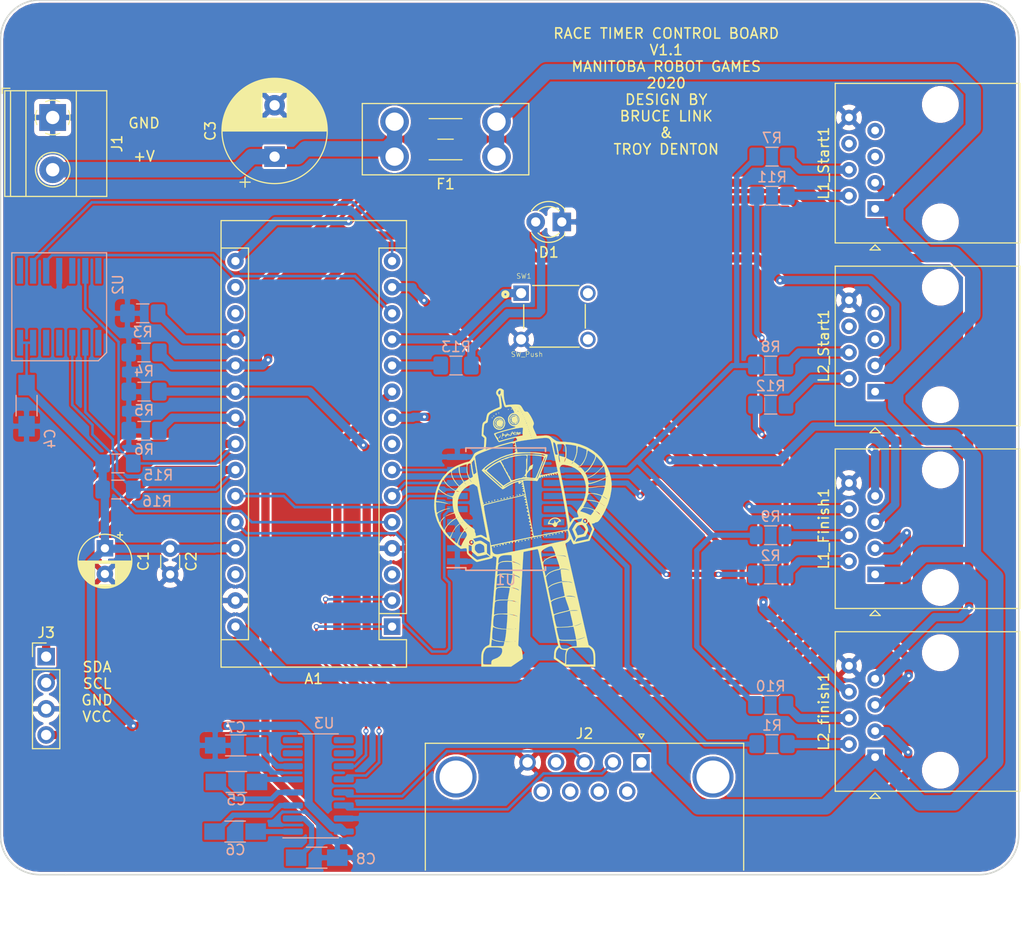
<source format=kicad_pcb>
(kicad_pcb (version 20171130) (host pcbnew "(5.1.4)")
  (layers (0 F.Cu mixed) (31 B.Cu mixed hide) (35 F.Paste user hide) (36 B.SilkS user hide) (37 F.SilkS user) (38 B.Mask user hide) (39 F.Mask user hide) (44 Edge.Cuts user hide))
  (net 0 "")
  (net 1 "Net-(A1-Pad20)")
  (net 2 "Net-(A1-Pad19)")
  (net 3 "Net-(A1-Pad21)")
  (net 4 "Net-(A1-Pad22)")
  (net 5 GND)
  (net 6 +12V)
  (net 7 /SEL0)
  (net 8 /SEL1)
  (net 9 /MOSI)
  (net 10 /SCL)
  (net 11 "Net-(R1-Pad2)")
  (net 12 "Net-(R2-Pad2)")
  (net 13 "Net-(L2_Start1-Pad2)")
  (net 14 "Net-(L1_Start1-Pad2)")
  (net 15 "Net-(L1_Finish1-Pad2)")
  (net 16 "Net-(L2_finish1-Pad2)")
  (net 17 /PORT0_LED_EXCITE)
  (net 18 /PORT1_LED_EXCITE)
  (net 19 /PORT2_LED_EXCITE)
  (net 20 /PORT3_LED_EXCITE)
  (net 21 "Net-(R11-Pad2)")
  (net 22 "Net-(R10-Pad2)")
  (net 23 /LED1)
  (net 24 "Net-(D1-Pad2)")
  (net 25 /12V_FUSED)
  (net 26 /PB1)
  (net 27 /TX)
  (net 28 /RX)
  (net 29 /INT)
  (net 30 /FOUT)
  (net 31 /EVIN)
  (net 32 /5V)
  (net 33 "Net-(C5-Pad2)")
  (net 34 "Net-(C5-Pad1)")
  (net 35 "Net-(C6-Pad1)")
  (net 36 "Net-(C6-Pad2)")
  (net 37 "Net-(C7-Pad1)")
  (net 38 "Net-(C8-Pad1)")
  (net 39 /TXOUT)
  (net 40 /RXOUT)
  (net 41 /D1)
  (net 42 /D2)
  (net 43 /I2C_SCL)
  (net 44 /I2C_SDA)
  (net 45 /D4)
  (net 46 /D3)
  (module controller:robot (layer F.Cu) (at 67.31 66.548)
    (fp_text reference G*** hide)
    (fp_text value LOGO hide)
  )
  (module Resistor_SMD:R_1206_3216Metric_Pad1.42x1.75mm_HandSolder (layer B.Cu) (at 27.94 60.325)
    (fp_text reference R15 (at 3.937 1.143) (layer B.SilkS) (effects (justify mirror)))
    (fp_text value 10K)
    (pad 2 smd roundrect (at 1.4875 0) (size 1.425 1.75) (layers B.Cu B.Paste B.Mask) (roundrect_rratio 0.175439) (net 44 /I2C_SDA))
    (pad 1 smd roundrect (at -1.4875 0) (size 1.425 1.75) (layers B.Cu B.Paste B.Mask) (roundrect_rratio 0.175439) (net 32 /5V))
  )
  (module controller:SOIC-14 (layer B.Cu) (at 22.225 45.085 180)
    (fp_text reference U2 (at -5.715 2.159 270) (layer B.SilkS) (effects (justify mirror)))
    (fp_text value RX-8803SA)
    (pad 14 smd rect (at -3.81 3.5 180) (size 0.6 2.5) (layers B.Cu B.Paste B.Mask))
    (pad 1 smd rect (at -3.81 -3.5 180) (size 0.6 2.5) (layers B.Cu B.Paste B.Mask))
    (pad 13 smd rect (at -2.54 3.5 180) (size 0.6 2.5) (layers B.Cu B.Paste B.Mask) (net 44 /I2C_SDA))
    (pad 2 smd rect (at -2.54 -3.5 180) (size 0.6 2.5) (layers B.Cu B.Paste B.Mask) (net 43 /I2C_SCL))
    (pad 12 smd rect (at -1.27 3.5 180) (size 0.6 2.5) (layers B.Cu B.Paste B.Mask))
    (pad 3 smd rect (at -1.27 -3.5 180) (size 0.6 2.5) (layers B.Cu B.Paste B.Mask) (net 30 /FOUT))
    (pad 11 smd rect (at 0 3.5 180) (size 0.6 2.5) (layers B.Cu B.Paste B.Mask) (net 5 GND))
    (pad 4 smd rect (at 0 -3.5 180) (size 0.6 2.5) (layers B.Cu B.Paste B.Mask))
    (pad 10 smd rect (at 1.27 3.5 180) (size 0.6 2.5) (layers B.Cu B.Paste B.Mask) (net 29 /INT))
    (pad 5 smd rect (at 1.27 -3.5 180) (size 0.6 2.5) (layers B.Cu B.Paste B.Mask))
    (pad 9 smd rect (at 2.54 3.5 180) (size 0.6 2.5) (layers B.Cu B.Paste B.Mask) (net 31 /EVIN))
    (pad 6 smd rect (at 2.54 -3.5 180) (size 0.6 2.5) (layers B.Cu B.Paste B.Mask) (net 32 /5V))
    (pad 8 smd rect (at 3.81 3.5 180) (size 0.6 2.5) (layers B.Cu B.Paste B.Mask))
    (pad 7 smd rect (at 3.81 -3.5 180) (size 0.6 2.5) (layers B.Cu B.Paste B.Mask) (net 32 /5V))
  )
  (module Module:Arduino_Nano (layer F.Cu) (at 54.61 76.2 180)
    (fp_text reference A1 (at 7.62 -5.08 180) (layer F.SilkS))
    (fp_text value Arduino_Nano_v3.x)
    (pad 16 thru_hole oval (at 15.24 35.56 180) (size 1.6 1.6) (drill 0.8) (layers *.Cu *.Mask) (net 10 /SCL))
    (pad 15 thru_hole oval (at 0 35.56 180) (size 1.6 1.6) (drill 0.8) (layers *.Cu *.Mask) (net 31 /EVIN))
    (pad 30 thru_hole oval (at 15.24 0 180) (size 1.6 1.6) (drill 0.8) (layers *.Cu *.Mask) (net 25 /12V_FUSED))
    (pad 14 thru_hole oval (at 0 33.02 180) (size 1.6 1.6) (drill 0.8) (layers *.Cu *.Mask) (net 9 /MOSI))
    (pad 29 thru_hole oval (at 15.24 2.54 180) (size 1.6 1.6) (drill 0.8) (layers *.Cu *.Mask) (net 5 GND))
    (pad 13 thru_hole oval (at 0 30.48 180) (size 1.6 1.6) (drill 0.8) (layers *.Cu *.Mask) (net 29 /INT))
    (pad 28 thru_hole oval (at 15.24 5.08 180) (size 1.6 1.6) (drill 0.8) (layers *.Cu *.Mask))
    (pad 12 thru_hole oval (at 0 27.94 180) (size 1.6 1.6) (drill 0.8) (layers *.Cu *.Mask) (net 26 /PB1))
    (pad 27 thru_hole oval (at 15.24 7.62 180) (size 1.6 1.6) (drill 0.8) (layers *.Cu *.Mask) (net 32 /5V))
    (pad 11 thru_hole oval (at 0 25.4 180) (size 1.6 1.6) (drill 0.8) (layers *.Cu *.Mask) (net 23 /LED1))
    (pad 26 thru_hole oval (at 15.24 10.16 180) (size 1.6 1.6) (drill 0.8) (layers *.Cu *.Mask) (net 41 /D1))
    (pad 10 thru_hole oval (at 0 22.86 180) (size 1.6 1.6) (drill 0.8) (layers *.Cu *.Mask) (net 8 /SEL1))
    (pad 25 thru_hole oval (at 15.24 12.7 180) (size 1.6 1.6) (drill 0.8) (layers *.Cu *.Mask) (net 42 /D2))
    (pad 9 thru_hole oval (at 0 20.32 180) (size 1.6 1.6) (drill 0.8) (layers *.Cu *.Mask) (net 7 /SEL0))
    (pad 24 thru_hole oval (at 15.24 15.24 180) (size 1.6 1.6) (drill 0.8) (layers *.Cu *.Mask) (net 43 /I2C_SCL))
    (pad 8 thru_hole oval (at 0 17.78 180) (size 1.6 1.6) (drill 0.8) (layers *.Cu *.Mask))
    (pad 23 thru_hole oval (at 15.24 17.78 180) (size 1.6 1.6) (drill 0.8) (layers *.Cu *.Mask) (net 44 /I2C_SDA))
    (pad 7 thru_hole oval (at 0 15.24 180) (size 1.6 1.6) (drill 0.8) (layers *.Cu *.Mask) (net 45 /D4))
    (pad 22 thru_hole oval (at 15.24 20.32 180) (size 1.6 1.6) (drill 0.8) (layers *.Cu *.Mask) (net 4 "Net-(A1-Pad22)"))
    (pad 6 thru_hole oval (at 0 12.7 180) (size 1.6 1.6) (drill 0.8) (layers *.Cu *.Mask) (net 46 /D3))
    (pad 21 thru_hole oval (at 15.24 22.86 180) (size 1.6 1.6) (drill 0.8) (layers *.Cu *.Mask) (net 3 "Net-(A1-Pad21)"))
    (pad 5 thru_hole oval (at 0 10.16 180) (size 1.6 1.6) (drill 0.8) (layers *.Cu *.Mask) (net 30 /FOUT))
    (pad 20 thru_hole oval (at 15.24 25.4 180) (size 1.6 1.6) (drill 0.8) (layers *.Cu *.Mask) (net 1 "Net-(A1-Pad20)"))
    (pad 4 thru_hole oval (at 0 7.62 180) (size 1.6 1.6) (drill 0.8) (layers *.Cu *.Mask) (net 5 GND))
    (pad 19 thru_hole oval (at 15.24 27.94 180) (size 1.6 1.6) (drill 0.8) (layers *.Cu *.Mask) (net 2 "Net-(A1-Pad19)"))
    (pad 3 thru_hole oval (at 0 5.08 180) (size 1.6 1.6) (drill 0.8) (layers *.Cu *.Mask))
    (pad 18 thru_hole oval (at 15.24 30.48 180) (size 1.6 1.6) (drill 0.8) (layers *.Cu *.Mask))
    (pad 2 thru_hole oval (at 0 2.54 180) (size 1.6 1.6) (drill 0.8) (layers *.Cu *.Mask) (net 28 /RX))
    (pad 17 thru_hole oval (at 15.24 33.02 180) (size 1.6 1.6) (drill 0.8) (layers *.Cu *.Mask))
    (pad 1 thru_hole rect (at 0 0 180) (size 1.6 1.6) (drill 0.8) (layers *.Cu *.Mask) (net 27 /TX))
  )
  (module Package_SO:SOIC-18W_7.5x11.6mm_P1.27mm (layer B.Cu) (at 65.66 64.77)
    (fp_text reference U1 (at 0 6.875) (layer B.SilkS) (effects (justify mirror)))
    (fp_text value ULN2803A)
    (pad 1 smd rect (at -4.7 5.08) (size 2 0.6) (layers B.Cu B.Paste B.Mask) (net 5 GND))
    (pad 2 smd rect (at -4.7 3.81) (size 2 0.6) (layers B.Cu B.Paste B.Mask) (net 5 GND))
    (pad 3 smd rect (at -4.7 2.54) (size 2 0.6) (layers B.Cu B.Paste B.Mask) (net 5 GND))
    (pad 4 smd rect (at -4.7 1.27) (size 2 0.6) (layers B.Cu B.Paste B.Mask) (net 5 GND))
    (pad 5 smd rect (at -4.7 0) (size 2 0.6) (layers B.Cu B.Paste B.Mask) (net 41 /D1))
    (pad 6 smd rect (at -4.7 -1.27) (size 2 0.6) (layers B.Cu B.Paste B.Mask) (net 42 /D2))
    (pad 7 smd rect (at -4.7 -2.54) (size 2 0.6) (layers B.Cu B.Paste B.Mask) (net 46 /D3))
    (pad 8 smd rect (at -4.7 -3.81) (size 2 0.6) (layers B.Cu B.Paste B.Mask) (net 45 /D4))
    (pad 9 smd rect (at -4.7 -5.08) (size 2 0.6) (layers B.Cu B.Paste B.Mask) (net 5 GND))
    (pad 10 smd rect (at 4.7 -5.08) (size 2 0.6) (layers B.Cu B.Paste B.Mask) (net 25 /12V_FUSED))
    (pad 11 smd rect (at 4.7 -3.81) (size 2 0.6) (layers B.Cu B.Paste B.Mask) (net 22 "Net-(R10-Pad2)"))
    (pad 12 smd rect (at 4.7 -2.54) (size 2 0.6) (layers B.Cu B.Paste B.Mask) (net 21 "Net-(R11-Pad2)"))
    (pad 13 smd rect (at 4.7 -1.27) (size 2 0.6) (layers B.Cu B.Paste B.Mask) (net 12 "Net-(R2-Pad2)"))
    (pad 14 smd rect (at 4.7 0) (size 2 0.6) (layers B.Cu B.Paste B.Mask) (net 11 "Net-(R1-Pad2)"))
    (pad 15 smd rect (at 4.7 1.27) (size 2 0.6) (layers B.Cu B.Paste B.Mask))
    (pad 16 smd rect (at 4.7 2.54) (size 2 0.6) (layers B.Cu B.Paste B.Mask))
    (pad 17 smd rect (at 4.7 3.81) (size 2 0.6) (layers B.Cu B.Paste B.Mask))
    (pad 18 smd rect (at 4.7 5.08) (size 2 0.6) (layers B.Cu B.Paste B.Mask))
  )
  (module 2-1825910-7:SW_2-1825910-7 (layer F.Cu) (at 70.41 46.01)
    (fp_text reference SW1 (at -2.98289 -3.90753) (layer F.SilkS) (effects (font (size 0.480336 0.480336) (thickness 0.05))))
    (fp_text value SW_Push (at -2.67975 3.70038) (layer F.SilkS) (effects (font (size 0.480673 0.480673) (thickness 0.05))))
    (pad 1 thru_hole rect (at -3.25 -2.25) (size 1.498 1.498) (drill 0.99) (layers *.Cu *.Mask) (net 26 /PB1))
    (pad 2 thru_hole circle (at -3.25 2.25) (size 1.498 1.498) (drill 0.99) (layers *.Cu *.Mask) (net 5 GND))
    (pad 4 thru_hole circle (at 3.25 2.25) (size 1.498 1.498) (drill 0.99) (layers *.Cu *.Mask))
    (pad 3 thru_hole circle (at 3.25 -2.25) (size 1.498 1.498) (drill 0.99) (layers *.Cu *.Mask))
  )
  (module Resistor_SMD:R_1206_3216Metric_Pad1.42x1.75mm_HandSolder (layer B.Cu) (at 30.48 49.53)
    (fp_text reference R4 (at 0 1.82) (layer B.SilkS) (effects (justify mirror)))
    (fp_text value 130K)
    (pad 2 smd roundrect (at 1.4875 0) (size 1.425 1.75) (layers B.Cu B.Paste B.Mask) (roundrect_rratio 0.175439) (net 1 "Net-(A1-Pad20)"))
    (pad 1 smd roundrect (at -1.4875 0) (size 1.425 1.75) (layers B.Cu B.Paste B.Mask) (roundrect_rratio 0.175439) (net 5 GND))
  )
  (module Resistor_SMD:R_1206_3216Metric_Pad1.42x1.75mm_HandSolder (layer B.Cu) (at 30.35 45.72)
    (fp_text reference R3 (at 0 1.82) (layer B.SilkS) (effects (justify mirror)))
    (fp_text value 130K)
    (pad 1 smd roundrect (at -1.4875 0) (size 1.425 1.75) (layers B.Cu B.Paste B.Mask) (roundrect_rratio 0.175439) (net 5 GND))
    (pad 2 smd roundrect (at 1.4875 0) (size 1.425 1.75) (layers B.Cu B.Paste B.Mask) (roundrect_rratio 0.175439) (net 2 "Net-(A1-Pad19)"))
  )
  (module Resistor_SMD:R_1206_3216Metric_Pad1.42x1.75mm_HandSolder (layer B.Cu) (at 91.44 71.12 180)
    (fp_text reference R2 (at 0 1.82 180) (layer B.SilkS) (effects (justify mirror)))
    (fp_text value 470)
    (pad 2 smd roundrect (at 1.4875 0 180) (size 1.425 1.75) (layers B.Cu B.Paste B.Mask) (roundrect_rratio 0.175439) (net 12 "Net-(R2-Pad2)"))
    (pad 1 smd roundrect (at -1.4875 0 180) (size 1.425 1.75) (layers B.Cu B.Paste B.Mask) (roundrect_rratio 0.175439) (net 15 "Net-(L1_Finish1-Pad2)"))
  )
  (module Resistor_SMD:R_1206_3216Metric_Pad1.42x1.75mm_HandSolder (layer B.Cu) (at 91.57 87.63 180)
    (fp_text reference R1 (at 0 1.82 180) (layer B.SilkS) (effects (justify mirror)))
    (fp_text value 470)
    (pad 1 smd roundrect (at -1.4875 0 180) (size 1.425 1.75) (layers B.Cu B.Paste B.Mask) (roundrect_rratio 0.175439) (net 16 "Net-(L2_finish1-Pad2)"))
    (pad 2 smd roundrect (at 1.4875 0 180) (size 1.425 1.75) (layers B.Cu B.Paste B.Mask) (roundrect_rratio 0.175439) (net 11 "Net-(R1-Pad2)"))
  )
  (module Resistor_SMD:R_1206_3216Metric_Pad1.42x1.75mm_HandSolder (layer B.Cu) (at 30.48 53.34)
    (fp_text reference R5 (at 0 1.82) (layer B.SilkS) (effects (justify mirror)))
    (fp_text value 130K)
    (pad 2 smd roundrect (at 1.4875 0) (size 1.425 1.75) (layers B.Cu B.Paste B.Mask) (roundrect_rratio 0.175439) (net 3 "Net-(A1-Pad21)"))
    (pad 1 smd roundrect (at -1.4875 0) (size 1.425 1.75) (layers B.Cu B.Paste B.Mask) (roundrect_rratio 0.175439) (net 5 GND))
  )
  (module Resistor_SMD:R_1206_3216Metric_Pad1.42x1.75mm_HandSolder (layer B.Cu) (at 30.48 57.15)
    (fp_text reference R6 (at 0 1.82) (layer B.SilkS) (effects (justify mirror)))
    (fp_text value 130k)
    (pad 1 smd roundrect (at -1.4875 0) (size 1.425 1.75) (layers B.Cu B.Paste B.Mask) (roundrect_rratio 0.175439) (net 5 GND))
    (pad 2 smd roundrect (at 1.4875 0) (size 1.425 1.75) (layers B.Cu B.Paste B.Mask) (roundrect_rratio 0.175439) (net 4 "Net-(A1-Pad22)"))
  )
  (module Resistor_SMD:R_1206_3216Metric_Pad1.42x1.75mm_HandSolder (layer B.Cu) (at 91.57 30.48 180)
    (fp_text reference R7 (at 0 1.82 180) (layer B.SilkS) (effects (justify mirror)))
    (fp_text value 150)
    (pad 2 smd roundrect (at 1.4875 0 180) (size 1.425 1.75) (layers B.Cu B.Paste B.Mask) (roundrect_rratio 0.175439) (net 22 "Net-(R10-Pad2)"))
    (pad 1 smd roundrect (at -1.4875 0 180) (size 1.425 1.75) (layers B.Cu B.Paste B.Mask) (roundrect_rratio 0.175439) (net 17 /PORT0_LED_EXCITE))
  )
  (module Resistor_SMD:R_1206_3216Metric_Pad1.42x1.75mm_HandSolder (layer B.Cu) (at 91.44 50.8 180)
    (fp_text reference R8 (at 0 1.82 180) (layer B.SilkS) (effects (justify mirror)))
    (fp_text value 150)
    (pad 1 smd roundrect (at -1.4875 0 180) (size 1.425 1.75) (layers B.Cu B.Paste B.Mask) (roundrect_rratio 0.175439) (net 18 /PORT1_LED_EXCITE))
    (pad 2 smd roundrect (at 1.4875 0 180) (size 1.425 1.75) (layers B.Cu B.Paste B.Mask) (roundrect_rratio 0.175439) (net 22 "Net-(R10-Pad2)"))
  )
  (module Resistor_SMD:R_1206_3216Metric_Pad1.42x1.75mm_HandSolder (layer B.Cu) (at 91.44 83.82 180)
    (fp_text reference R10 (at 0 1.82 180) (layer B.SilkS) (effects (justify mirror)))
    (fp_text value 150)
    (pad 2 smd roundrect (at 1.4875 0 180) (size 1.425 1.75) (layers B.Cu B.Paste B.Mask) (roundrect_rratio 0.175439) (net 22 "Net-(R10-Pad2)"))
    (pad 1 smd roundrect (at -1.4875 0 180) (size 1.425 1.75) (layers B.Cu B.Paste B.Mask) (roundrect_rratio 0.175439) (net 20 /PORT3_LED_EXCITE))
  )
  (module Resistor_SMD:R_1206_3216Metric_Pad1.42x1.75mm_HandSolder (layer B.Cu) (at 91.57 34.29 180)
    (fp_text reference R11 (at 0 1.82 180) (layer B.SilkS) (effects (justify mirror)))
    (fp_text value 470)
    (pad 1 smd roundrect (at -1.4875 0 180) (size 1.425 1.75) (layers B.Cu B.Paste B.Mask) (roundrect_rratio 0.175439) (net 14 "Net-(L1_Start1-Pad2)"))
    (pad 2 smd roundrect (at 1.4875 0 180) (size 1.425 1.75) (layers B.Cu B.Paste B.Mask) (roundrect_rratio 0.175439) (net 21 "Net-(R11-Pad2)"))
  )
  (module Resistor_SMD:R_1206_3216Metric_Pad1.42x1.75mm_HandSolder (layer B.Cu) (at 91.44 54.61 180)
    (fp_text reference R12 (at 0 1.82 180) (layer B.SilkS) (effects (justify mirror)))
    (fp_text value 470)
    (pad 2 smd roundrect (at 1.4875 0 180) (size 1.425 1.75) (layers B.Cu B.Paste B.Mask) (roundrect_rratio 0.175439) (net 21 "Net-(R11-Pad2)"))
    (pad 1 smd roundrect (at -1.4875 0 180) (size 1.425 1.75) (layers B.Cu B.Paste B.Mask) (roundrect_rratio 0.175439) (net 13 "Net-(L2_Start1-Pad2)"))
  )
  (module Resistor_SMD:R_1206_3216Metric_Pad1.42x1.75mm_HandSolder (layer B.Cu) (at 60.83 50.8 180)
    (fp_text reference R13 (at 0 1.82 180) (layer B.SilkS) (effects (justify mirror)))
    (fp_text value 470)
    (pad 1 smd roundrect (at -1.4875 0 180) (size 1.425 1.75) (layers B.Cu B.Paste B.Mask) (roundrect_rratio 0.175439) (net 24 "Net-(D1-Pad2)"))
    (pad 2 smd roundrect (at 1.4875 0 180) (size 1.425 1.75) (layers B.Cu B.Paste B.Mask) (roundrect_rratio 0.175439) (net 23 /LED1))
  )
  (module Capacitor_THT:CP_Radial_D5.0mm_P2.50mm (layer F.Cu) (at 26.67 68.58 270)
    (fp_text reference C1 (at 1.25 -3.75 90) (layer F.SilkS))
    (fp_text value CP1)
    (pad 1 thru_hole rect (at 0 0 270) (size 1.6 1.6) (drill 0.8) (layers *.Cu *.Mask) (net 32 /5V))
    (pad 2 thru_hole circle (at 2.5 0 270) (size 1.6 1.6) (drill 0.8) (layers *.Cu *.Mask) (net 5 GND))
  )
  (module Fuse:Fuseholder_Blade_Mini_Keystone_3568 (layer F.Cu) (at 64.77 30.48 180)
    (fp_text reference F1 (at 4.96 -2.67 180) (layer F.SilkS))
    (fp_text value Fuse)
    (pad 1 thru_hole circle (at 0 0 180) (size 2.78 2.78) (drill 1.78) (layers *.Cu *.Mask) (net 25 /12V_FUSED))
    (pad 1 thru_hole circle (at 0 3.4 180) (size 2.78 2.78) (drill 1.78) (layers *.Cu *.Mask) (net 25 /12V_FUSED))
    (pad 2 thru_hole circle (at 9.92 0 180) (size 2.78 2.78) (drill 1.78) (layers *.Cu *.Mask) (net 6 +12V))
    (pad 2 thru_hole circle (at 9.92 3.4 180) (size 2.78 2.78) (drill 1.78) (layers *.Cu *.Mask) (net 6 +12V))
  )
  (module LED_THT:LED_D3.0mm (layer F.Cu) (at 71.12 36.83 180)
    (fp_text reference D1 (at 1.27 -2.96 180) (layer F.SilkS))
    (fp_text value LED)
    (pad 2 thru_hole circle (at 2.54 0 180) (size 1.8 1.8) (drill 0.9) (layers *.Cu *.Mask) (net 24 "Net-(D1-Pad2)"))
    (pad 1 thru_hole rect (at 0 0 180) (size 1.8 1.8) (drill 0.9) (layers *.Cu *.Mask) (net 5 GND))
  )
  (module Resistor_SMD:R_1206_3216Metric (layer B.Cu) (at 91.44 67.31 180)
    (fp_text reference R9 (at 0 1.82 180) (layer B.SilkS) (effects (justify mirror)))
    (fp_text value 150)
    (pad 2 smd roundrect (at 1.4 0 180) (size 1.25 1.75) (layers B.Cu B.Paste B.Mask) (roundrect_rratio 0.2) (net 22 "Net-(R10-Pad2)"))
    (pad 1 smd roundrect (at -1.4 0 180) (size 1.25 1.75) (layers B.Cu B.Paste B.Mask) (roundrect_rratio 0.2) (net 19 /PORT2_LED_EXCITE))
  )
  (module TerminalBlock_Phoenix:TerminalBlock_Phoenix_MKDS-1,5-2-5.08_1x02_P5.08mm_Horizontal (layer F.Cu) (at 21.59 26.67 270)
    (fp_text reference J1 (at 2.54 -6.26 270) (layer F.SilkS))
    (fp_text value Screw_Terminal_01x02)
    (pad 1 thru_hole rect (at 0 0 270) (size 2.6 2.6) (drill 1.3) (layers *.Cu *.Mask) (net 5 GND))
    (pad 2 thru_hole circle (at 5.08 0 270) (size 2.6 2.6) (drill 1.3) (layers *.Cu *.Mask) (net 6 +12V))
  )
  (module Connector_RJ:RJ45_Amphenol_54602-x08_Horizontal (layer F.Cu) (at 101.6 53.34 90)
    (fp_text reference L2_Start1 (at 4.445 -5 90) (layer F.SilkS))
    (fp_text value 8P8C)
    (pad 8 thru_hole circle (at 8.89 -2.54 90) (size 1.5 1.5) (drill 0.76) (layers *.Cu *.Mask) (net 5 GND))
    (pad 7 thru_hole circle (at 7.62 0 90) (size 1.5 1.5) (drill 0.76) (layers *.Cu *.Mask))
    (pad 6 thru_hole circle (at 6.35 -2.54 90) (size 1.5 1.5) (drill 0.76) (layers *.Cu *.Mask))
    (pad 5 thru_hole circle (at 5.08 0 90) (size 1.5 1.5) (drill 0.76) (layers *.Cu *.Mask))
    (pad 4 thru_hole circle (at 3.81 -2.54 90) (size 1.5 1.5) (drill 0.76) (layers *.Cu *.Mask) (net 18 /PORT1_LED_EXCITE))
    (pad 3 thru_hole circle (at 2.54 0 90) (size 1.5 1.5) (drill 0.76) (layers *.Cu *.Mask) (net 1 "Net-(A1-Pad20)"))
    (pad 2 thru_hole circle (at 1.27 -2.54 90) (size 1.5 1.5) (drill 0.76) (layers *.Cu *.Mask) (net 13 "Net-(L2_Start1-Pad2)"))
    (pad 1 thru_hole rect (at 0 0 90) (size 1.5 1.5) (drill 0.76) (layers *.Cu *.Mask) (net 25 /12V_FUSED))
    (pad "" np_thru_hole circle (at -1.27 6.35 90) (size 3.2 3.2) (drill 3.2) (layers *.Cu *.Mask))
    (pad "" np_thru_hole circle (at 10.16 6.35 90) (size 3.2 3.2) (drill 3.2) (layers *.Cu *.Mask))
  )
  (module Connector_RJ:RJ45_Amphenol_54602-x08_Horizontal (layer F.Cu) (at 101.6 71.12 90)
    (fp_text reference L1_Finish1 (at 4.445 -5 90) (layer F.SilkS))
    (fp_text value 8P8C)
    (pad "" np_thru_hole circle (at 10.16 6.35 90) (size 3.2 3.2) (drill 3.2) (layers *.Cu *.Mask))
    (pad "" np_thru_hole circle (at -1.27 6.35 90) (size 3.2 3.2) (drill 3.2) (layers *.Cu *.Mask))
    (pad 1 thru_hole rect (at 0 0 90) (size 1.5 1.5) (drill 0.76) (layers *.Cu *.Mask) (net 25 /12V_FUSED))
    (pad 2 thru_hole circle (at 1.27 -2.54 90) (size 1.5 1.5) (drill 0.76) (layers *.Cu *.Mask) (net 15 "Net-(L1_Finish1-Pad2)"))
    (pad 3 thru_hole circle (at 2.54 0 90) (size 1.5 1.5) (drill 0.76) (layers *.Cu *.Mask) (net 3 "Net-(A1-Pad21)"))
    (pad 4 thru_hole circle (at 3.81 -2.54 90) (size 1.5 1.5) (drill 0.76) (layers *.Cu *.Mask) (net 19 /PORT2_LED_EXCITE))
    (pad 5 thru_hole circle (at 5.08 0 90) (size 1.5 1.5) (drill 0.76) (layers *.Cu *.Mask) (net 7 /SEL0))
    (pad 6 thru_hole circle (at 6.35 -2.54 90) (size 1.5 1.5) (drill 0.76) (layers *.Cu *.Mask) (net 9 /MOSI))
    (pad 7 thru_hole circle (at 7.62 0 90) (size 1.5 1.5) (drill 0.76) (layers *.Cu *.Mask) (net 10 /SCL))
    (pad 8 thru_hole circle (at 8.89 -2.54 90) (size 1.5 1.5) (drill 0.76) (layers *.Cu *.Mask) (net 5 GND))
  )
  (module Capacitor_THT:CP_Radial_D10.0mm_P5.00mm (layer F.Cu) (at 43.18 30.48 90)
    (fp_text reference C3 (at 2.5 -6.25 90) (layer F.SilkS))
    (fp_text value CP1)
    (pad 1 thru_hole rect (at 0 0 90) (size 2 2) (drill 1) (layers *.Cu *.Mask) (net 6 +12V))
    (pad 2 thru_hole circle (at 5 0 90) (size 2 2) (drill 1) (layers *.Cu *.Mask) (net 5 GND))
  )
  (module Capacitor_THT:C_Disc_D3.0mm_W1.6mm_P2.50mm (layer F.Cu) (at 33.02 68.62 270)
    (fp_text reference C2 (at 1.25 -2.05 270) (layer F.SilkS))
    (fp_text value C)
    (pad 1 thru_hole circle (at 0 0 270) (size 1.6 1.6) (drill 0.8) (layers *.Cu *.Mask) (net 32 /5V))
    (pad 2 thru_hole circle (at 2.5 0 270) (size 1.6 1.6) (drill 0.8) (layers *.Cu *.Mask) (net 5 GND))
  )
  (module Connector_RJ:RJ45_Amphenol_54602-x08_Horizontal (layer F.Cu) (at 101.6 88.9 90)
    (fp_text reference L2_finish1 (at 4.445 -5 90) (layer F.SilkS))
    (fp_text value 8P8C)
    (pad "" np_thru_hole circle (at 10.16 6.35 90) (size 3.2 3.2) (drill 3.2) (layers *.Cu *.Mask))
    (pad "" np_thru_hole circle (at -1.27 6.35 90) (size 3.2 3.2) (drill 3.2) (layers *.Cu *.Mask))
    (pad 1 thru_hole rect (at 0 0 90) (size 1.5 1.5) (drill 0.76) (layers *.Cu *.Mask) (net 25 /12V_FUSED))
    (pad 2 thru_hole circle (at 1.27 -2.54 90) (size 1.5 1.5) (drill 0.76) (layers *.Cu *.Mask) (net 16 "Net-(L2_finish1-Pad2)"))
    (pad 3 thru_hole circle (at 2.54 0 90) (size 1.5 1.5) (drill 0.76) (layers *.Cu *.Mask) (net 4 "Net-(A1-Pad22)"))
    (pad 4 thru_hole circle (at 3.81 -2.54 90) (size 1.5 1.5) (drill 0.76) (layers *.Cu *.Mask) (net 20 /PORT3_LED_EXCITE))
    (pad 5 thru_hole circle (at 5.08 0 90) (size 1.5 1.5) (drill 0.76) (layers *.Cu *.Mask) (net 8 /SEL1))
    (pad 6 thru_hole circle (at 6.35 -2.54 90) (size 1.5 1.5) (drill 0.76) (layers *.Cu *.Mask) (net 9 /MOSI))
    (pad 7 thru_hole circle (at 7.62 0 90) (size 1.5 1.5) (drill 0.76) (layers *.Cu *.Mask) (net 10 /SCL))
    (pad 8 thru_hole circle (at 8.89 -2.54 90) (size 1.5 1.5) (drill 0.76) (layers *.Cu *.Mask) (net 5 GND))
  )
  (module Connector_RJ:RJ45_Amphenol_54602-x08_Horizontal (layer F.Cu) (at 101.6 35.56 90)
    (fp_text reference L1_Start1 (at 4.445 -5 90) (layer F.SilkS))
    (fp_text value 8P8C)
    (pad 8 thru_hole circle (at 8.89 -2.54 90) (size 1.5 1.5) (drill 0.76) (layers *.Cu *.Mask) (net 5 GND))
    (pad 7 thru_hole circle (at 7.62 0 90) (size 1.5 1.5) (drill 0.76) (layers *.Cu *.Mask))
    (pad 6 thru_hole circle (at 6.35 -2.54 90) (size 1.5 1.5) (drill 0.76) (layers *.Cu *.Mask))
    (pad 5 thru_hole circle (at 5.08 0 90) (size 1.5 1.5) (drill 0.76) (layers *.Cu *.Mask))
    (pad 4 thru_hole circle (at 3.81 -2.54 90) (size 1.5 1.5) (drill 0.76) (layers *.Cu *.Mask) (net 17 /PORT0_LED_EXCITE))
    (pad 3 thru_hole circle (at 2.54 0 90) (size 1.5 1.5) (drill 0.76) (layers *.Cu *.Mask) (net 2 "Net-(A1-Pad19)"))
    (pad 2 thru_hole circle (at 1.27 -2.54 90) (size 1.5 1.5) (drill 0.76) (layers *.Cu *.Mask) (net 14 "Net-(L1_Start1-Pad2)"))
    (pad 1 thru_hole rect (at 0 0 90) (size 1.5 1.5) (drill 0.76) (layers *.Cu *.Mask) (net 25 /12V_FUSED))
    (pad "" np_thru_hole circle (at -1.27 6.35 90) (size 3.2 3.2) (drill 3.2) (layers *.Cu *.Mask))
    (pad "" np_thru_hole circle (at 10.16 6.35 90) (size 3.2 3.2) (drill 3.2) (layers *.Cu *.Mask))
  )
  (module Capacitors_SMD:C_1206_HandSoldering (layer B.Cu) (at 19.05 54.705 270)
    (fp_text reference C4 (at 3.207 -2.286 90) (layer B.SilkS) (effects (justify mirror)))
    (fp_text value 1uF)
    (pad 1 smd rect (at -2 0 270) (size 2 1.6) (layers B.Cu B.Paste B.Mask) (net 32 /5V))
    (pad 2 smd rect (at 2 0 270) (size 2 1.6) (layers B.Cu B.Paste B.Mask) (net 5 GND))
  )
  (module Capacitors_SMD:C_1206_HandSoldering (layer B.Cu) (at 39.465 91.313)
    (fp_text reference C5 (at 0 1.75) (layer B.SilkS) (effects (justify mirror)))
    (fp_text value 1uF)
    (pad 2 smd rect (at 2 0) (size 2 1.6) (layers B.Cu B.Paste B.Mask) (net 33 "Net-(C5-Pad2)"))
    (pad 1 smd rect (at -2 0) (size 2 1.6) (layers B.Cu B.Paste B.Mask) (net 34 "Net-(C5-Pad1)"))
  )
  (module Capacitors_SMD:C_1206_HandSoldering (layer B.Cu) (at 39.338 96.139 180)
    (fp_text reference C6 (at -0.032 -1.778) (layer B.SilkS) (effects (justify mirror)))
    (fp_text value 1uF)
    (pad 1 smd rect (at -2 0 180) (size 2 1.6) (layers B.Cu B.Paste B.Mask) (net 35 "Net-(C6-Pad1)"))
    (pad 2 smd rect (at 2 0 180) (size 2 1.6) (layers B.Cu B.Paste B.Mask) (net 36 "Net-(C6-Pad2)"))
  )
  (module Capacitors_SMD:C_1206_HandSoldering (layer B.Cu) (at 39.402 87.757 180)
    (fp_text reference C7 (at 0 1.75) (layer B.SilkS) (effects (justify mirror)))
    (fp_text value 1uF)
    (pad 2 smd rect (at 2 0 180) (size 2 1.6) (layers B.Cu B.Paste B.Mask) (net 5 GND))
    (pad 1 smd rect (at -2 0 180) (size 2 1.6) (layers B.Cu B.Paste B.Mask) (net 37 "Net-(C7-Pad1)"))
  )
  (module Capacitors_SMD:C_1206_HandSoldering (layer B.Cu) (at 47.276 98.679)
    (fp_text reference C8 (at 4.794 0.127) (layer B.SilkS) (effects (justify mirror)))
    (fp_text value 1uF)
    (pad 1 smd rect (at -2 0) (size 2 1.6) (layers B.Cu B.Paste B.Mask) (net 38 "Net-(C8-Pad1)"))
    (pad 2 smd rect (at 2 0) (size 2 1.6) (layers B.Cu B.Paste B.Mask) (net 5 GND))
  )
  (module Connector_Dsub:DSUB-9_Female_Horizontal_P2.77x2.84mm_EdgePinOffset7.70mm_Housed_MountingHolesOffset9.12mm (layer F.Cu) (at 78.867 89.408)
    (fp_text reference J2 (at -5.54 -2.8) (layer F.SilkS))
    (fp_text value DB9_Female)
    (pad 1 thru_hole rect (at 0 0) (size 1.6 1.6) (drill 1) (layers *.Cu *.Mask))
    (pad 2 thru_hole circle (at -2.77 0) (size 1.6 1.6) (drill 1) (layers *.Cu *.Mask) (net 39 /TXOUT))
    (pad 3 thru_hole circle (at -5.54 0) (size 1.6 1.6) (drill 1) (layers *.Cu *.Mask) (net 40 /RXOUT))
    (pad 4 thru_hole circle (at -8.31 0) (size 1.6 1.6) (drill 1) (layers *.Cu *.Mask))
    (pad 5 thru_hole circle (at -11.08 0) (size 1.6 1.6) (drill 1) (layers *.Cu *.Mask) (net 5 GND))
    (pad 6 thru_hole circle (at -1.385 2.84) (size 1.6 1.6) (drill 1) (layers *.Cu *.Mask))
    (pad 7 thru_hole circle (at -4.155 2.84) (size 1.6 1.6) (drill 1) (layers *.Cu *.Mask))
    (pad 8 thru_hole circle (at -6.925 2.84) (size 1.6 1.6) (drill 1) (layers *.Cu *.Mask))
    (pad 9 thru_hole circle (at -9.695 2.84) (size 1.6 1.6) (drill 1) (layers *.Cu *.Mask))
    (pad 0 thru_hole circle (at -18.04 1.42) (size 4 4) (drill 3.2) (layers *.Cu *.Mask))
    (pad 0 thru_hole circle (at 6.96 1.42) (size 4 4) (drill 3.2) (layers *.Cu *.Mask))
  )
  (module Resistor_SMD:R_1206_3216Metric_Pad1.42x1.75mm_HandSolder (layer B.Cu) (at 27.94 62.865)
    (fp_text reference R16 (at 3.81 1.143) (layer B.SilkS) (effects (justify mirror)))
    (fp_text value 10K)
    (pad 1 smd roundrect (at -1.4875 0) (size 1.425 1.75) (layers B.Cu B.Paste B.Mask) (roundrect_rratio 0.175439) (net 32 /5V))
    (pad 2 smd roundrect (at 1.4875 0) (size 1.425 1.75) (layers B.Cu B.Paste B.Mask) (roundrect_rratio 0.175439) (net 43 /I2C_SCL))
  )
  (module Package_SO:SOIC-16_3.9x9.9mm_P1.27mm (layer B.Cu) (at 47.433 91.694)
    (fp_text reference U3 (at 0.573 -6.096) (layer B.SilkS) (effects (justify mirror)))
    (fp_text value MAX232N)
    (pad 1 smd roundrect (at -2.475 4.445) (size 1.95 0.6) (layers B.Cu B.Paste B.Mask) (net 35 "Net-(C6-Pad1)"))
    (pad 2 smd roundrect (at -2.475 3.175) (size 1.95 0.6) (layers B.Cu B.Paste B.Mask) (net 38 "Net-(C8-Pad1)"))
    (pad 3 smd roundrect (at -2.475 1.905) (size 1.95 0.6) (layers B.Cu B.Paste B.Mask) (net 36 "Net-(C6-Pad2)"))
    (pad 4 smd roundrect (at -2.475 0.635) (size 1.95 0.6) (layers B.Cu B.Paste B.Mask) (net 34 "Net-(C5-Pad1)"))
    (pad 5 smd roundrect (at -2.475 -0.635) (size 1.95 0.6) (layers B.Cu B.Paste B.Mask) (net 33 "Net-(C5-Pad2)"))
    (pad 6 smd roundrect (at -2.475 -1.905) (size 1.95 0.6) (layers B.Cu B.Paste B.Mask) (net 37 "Net-(C7-Pad1)"))
    (pad 7 smd roundrect (at -2.475 -3.175) (size 1.95 0.6) (layers B.Cu B.Paste B.Mask))
    (pad 8 smd roundrect (at -2.475 -4.445) (size 1.95 0.6) (layers B.Cu B.Paste B.Mask))
    (pad 9 smd roundrect (at 2.475 -4.445) (size 1.95 0.6) (layers B.Cu B.Paste B.Mask))
    (pad 10 smd roundrect (at 2.475 -3.175) (size 1.95 0.6) (layers B.Cu B.Paste B.Mask))
    (pad 11 smd roundrect (at 2.475 -1.905) (size 1.95 0.6) (layers B.Cu B.Paste B.Mask) (net 27 /TX))
    (pad 12 smd roundrect (at 2.475 -0.635) (size 1.95 0.6) (layers B.Cu B.Paste B.Mask) (net 28 /RX))
    (pad 13 smd roundrect (at 2.475 0.635) (size 1.95 0.6) (layers B.Cu B.Paste B.Mask) (net 40 /RXOUT))
    (pad 14 smd roundrect (at 2.475 1.905) (size 1.95 0.6) (layers B.Cu B.Paste B.Mask) (net 39 /TXOUT))
    (pad 15 smd roundrect (at 2.475 3.175) (size 1.95 0.6) (layers B.Cu B.Paste B.Mask) (net 5 GND))
    (pad 16 smd roundrect (at 2.475 4.445) (size 1.95 0.6) (layers B.Cu B.Paste B.Mask) (net 32 /5V))
  )
  (module Connector_PinHeader_2.54mm:PinHeader_1x04_P2.54mm_Vertical (layer F.Cu) (at 20.955 79.121)
    (fp_text reference J3 (at 0 -2.33) (layer F.SilkS))
    (fp_text value Conn_01x04)
    (pad 1 thru_hole rect (at 0 0) (size 1.7 1.7) (drill 1) (layers *.Cu *.Mask) (net 44 /I2C_SDA))
    (pad 2 thru_hole oval (at 0 2.54) (size 1.7 1.7) (drill 1) (layers *.Cu *.Mask) (net 43 /I2C_SCL))
    (pad 3 thru_hole oval (at 0 5.08) (size 1.7 1.7) (drill 1) (layers *.Cu *.Mask) (net 5 GND))
    (pad 4 thru_hole oval (at 0 7.62) (size 1.7 1.7) (drill 1) (layers *.Cu *.Mask) (net 32 /5V))
  )
  (gr_text "GND\n\n+V" (at 30.48 28.829) (layer F.SilkS) (effects (font (size 1 1))))
  (gr_text "SDA\nSCL\nGND\nVCC" (at 25.908 82.55) (layer F.SilkS) (effects (font (size 1 1))))
  (gr_text "RACE TIMER CONTROL BOARD\nV1.1\nMANITOBA ROBOT GAMES\n2020\nDESIGN BY\nBRUCE LINK\n&\nTROY DENTON" (at 81.28 24.13) (layer F.SilkS) (effects (font (size 1 1))))
  (gr_arc (start 111.76 19.05) (end 115.57 19.05) (angle -90) (layer Edge.Cuts) (width 0.15))
  (gr_arc (start 111.76 96.52) (end 111.76 100.33) (angle -90) (layer Edge.Cuts) (width 0.15))
  (gr_arc (start 20.32 19.05) (end 20.32 15.24) (angle -90) (layer Edge.Cuts) (width 0.15))
  (gr_line (start 22.86 100.33) (end 20.32 100.33) (layer Edge.Cuts) (width 0.15))
  (gr_arc (start 20.32 96.52) (end 16.51 96.52) (angle -90) (layer Edge.Cuts) (width 0.15))
  (gr_line (start 22.86 15.24) (end 20.32 15.24) (layer Edge.Cuts) (width 0.15))
  (gr_line (start 111.76 15.24) (end 22.86 15.24) (layer Edge.Cuts) (width 0.15))
  (gr_line (start 16.51 19.05) (end 16.51 96.52) (layer Edge.Cuts) (width 0.15))
  (gr_line (start 115.57 96.52) (end 115.57 19.05) (layer Edge.Cuts) (width 0.15))
  (gr_line (start 22.86 100.33) (end 111.76 100.33) (layer Edge.Cuts) (width 0.15))
  (segment (start 42.5551 50.2521) (end 42.5551 48.395) (width 0.8) (layer F.Cu) (net 1))
  (segment (start 42.5551 48.395) (end 52.8023 38.1478) (width 0.8) (layer F.Cu) (net 1))
  (segment (start 52.8023 38.1478) (end 66.4578 38.1478) (width 0.8) (layer F.Cu) (net 1))
  (segment (start 66.4578 38.1478) (end 68.6959 40.3859) (width 0.8) (layer F.Cu) (net 1))
  (segment (start 68.6959 40.3859) (end 90.2018 40.3859) (width 0.8) (layer F.Cu) (net 1))
  (segment (start 90.2018 40.3859) (end 92.3496 42.5337) (width 0.8) (layer F.Cu) (net 1))
  (segment (start 101.6 50.8) (end 101.8227 50.8) (width 0.8) (layer B.Cu) (net 1))
  (segment (start 101.8227 50.8) (end 103.5644 49.0583) (width 0.8) (layer B.Cu) (net 1))
  (segment (start 103.5644 49.0583) (end 103.5644 44.9061) (width 0.8) (layer B.Cu) (net 1))
  (segment (start 103.5644 44.9061) (end 101.1421 42.4838) (width 0.8) (layer B.Cu) (net 1))
  (segment (start 101.1421 42.4838) (end 92.3995 42.4838) (width 0.8) (layer B.Cu) (net 1))
  (segment (start 92.3995 42.4838) (end 92.3496 42.5337) (width 0.8) (layer B.Cu) (net 1))
  (segment (start 41.3703 50.8) (end 42.0072 50.8) (width 0.8) (layer B.Cu) (net 1))
  (segment (start 42.0072 50.8) (end 42.5551 50.2521) (width 0.8) (layer B.Cu) (net 1))
  (segment (start 39.37 50.8) (end 41.3703 50.8) (width 0.8) (layer B.Cu) (net 1))
  (segment (start 39.37 50.8) (end 33.2375 50.8) (width 0.8) (layer B.Cu) (net 1))
  (segment (start 33.2375 50.8) (end 31.9675 49.53) (width 0.8) (layer B.Cu) (net 1))
  (via (at 42.5551 50.2521) (size 0.5) (drill 0.3) (layers F.Cu B.Cu) (net 1))
  (via (at 92.3496 42.5337) (size 0.5) (drill 0.3) (layers F.Cu B.Cu) (net 1))
  (segment (start 39.37 48.26) (end 34.3775 48.26) (width 0.8) (layer B.Cu) (net 2))
  (segment (start 34.3775 48.26) (end 31.8375 45.72) (width 0.8) (layer B.Cu) (net 2))
  (segment (start 40.722401 46.907599) (end 40.169999 47.460001) (width 0.8) (layer F.Cu) (net 2))
  (segment (start 40.169999 47.460001) (end 39.37 48.26) (width 0.8) (layer F.Cu) (net 2))
  (segment (start 40.722401 44.213775) (end 40.722401 46.907599) (width 0.8) (layer F.Cu) (net 2))
  (segment (start 51.916176 33.02) (end 40.722401 44.213775) (width 0.8) (layer F.Cu) (net 2))
  (segment (start 95.862446 33.02) (end 51.916176 33.02) (width 0.8) (layer F.Cu) (net 2))
  (segment (start 99.704847 36.862401) (end 95.862446 33.02) (width 0.8) (layer F.Cu) (net 2))
  (segment (start 102.791921 36.862401) (end 99.704847 36.862401) (width 0.8) (layer F.Cu) (net 2))
  (segment (start 102.902401 36.751921) (end 102.791921 36.862401) (width 0.8) (layer F.Cu) (net 2))
  (segment (start 102.902401 34.322401) (end 102.902401 36.751921) (width 0.8) (layer F.Cu) (net 2))
  (segment (start 101.6 33.02) (end 102.902401 34.322401) (width 0.8) (layer F.Cu) (net 2))
  (segment (start 52.1396 67.1953) (end 52.1396 78.0278) (width 0.8) (layer F.Cu) (net 3))
  (segment (start 52.1396 78.0278) (end 54.8781 80.7663) (width 0.8) (layer F.Cu) (net 3))
  (segment (start 54.8781 80.7663) (end 90.7333 80.7663) (width 0.8) (layer F.Cu) (net 3))
  (segment (start 90.7333 80.7663) (end 95.5175 75.9821) (width 0.8) (layer F.Cu) (net 3))
  (segment (start 95.5175 75.9821) (end 100.9862 75.9821) (width 0.8) (layer F.Cu) (net 3))
  (segment (start 100.9862 75.9821) (end 104.6789 72.2894) (width 0.8) (layer F.Cu) (net 3))
  (segment (start 104.6789 72.2894) (end 104.6789 67.0801) (width 0.8) (layer F.Cu) (net 3))
  (segment (start 39.37 53.34) (end 41.3703 53.34) (width 0.8) (layer B.Cu) (net 3))
  (segment (start 101.6 68.58) (end 103.179 68.58) (width 0.8) (layer B.Cu) (net 3))
  (segment (start 103.179 68.58) (end 104.6789 67.0801) (width 0.8) (layer B.Cu) (net 3))
  (segment (start 39.37 53.34) (end 31.9675 53.34) (width 0.8) (layer B.Cu) (net 3))
  (via (at 104.6789 67.0801) (size 0.5) (drill 0.3) (layers F.Cu B.Cu) (net 3))
  (via (at 51.816 58.547) (size 0.5) (drill 0.3) (layers F.Cu B.Cu) (net 3))
  (segment (start 52.1396 67.1953) (end 52.1396 58.8706) (width 0.8) (layer F.Cu) (net 3))
  (segment (start 52.1396 58.8706) (end 51.816 58.547) (width 0.8) (layer F.Cu) (net 3))
  (segment (start 46.609 53.34) (end 39.37 53.34) (width 0.8) (layer B.Cu) (net 3))
  (segment (start 51.816 58.547) (end 46.609 53.34) (width 0.8) (layer B.Cu) (net 3))
  (segment (start 101.6 86.36) (end 102.7675 86.36) (width 0.8) (layer B.Cu) (net 4))
  (segment (start 102.7675 86.36) (end 104.8201 88.4126) (width 0.8) (layer B.Cu) (net 4))
  (segment (start 39.37 55.88) (end 33.2375 55.88) (width 0.8) (layer B.Cu) (net 4))
  (segment (start 33.2375 55.88) (end 31.9675 57.15) (width 0.8) (layer B.Cu) (net 4))
  (via (at 104.8201 88.4126) (size 0.5) (drill 0.3) (layers F.Cu B.Cu) (net 4))
  (segment (start 104.8201 90.3045) (end 96.3186 98.806) (width 0.8) (layer F.Cu) (net 4))
  (segment (start 96.3186 98.806) (end 51.034772 98.806) (width 0.8) (layer F.Cu) (net 4))
  (segment (start 104.8201 88.4126) (end 104.8201 90.3045) (width 0.8) (layer F.Cu) (net 4))
  (segment (start 51.034772 98.806) (end 42.291 90.062228) (width 0.8) (layer F.Cu) (net 4))
  (segment (start 42.291 58.801) (end 39.37 55.88) (width 0.8) (layer F.Cu) (net 4))
  (segment (start 42.291 90.062228) (end 42.291 58.801) (width 0.8) (layer F.Cu) (net 4))
  (segment (start 54.0904 29.7204) (end 46.1899 29.7204) (width 1.5) (layer B.Cu) (net 6))
  (segment (start 46.1899 29.7204) (end 45.4303 30.48) (width 1.5) (layer B.Cu) (net 6))
  (segment (start 54.85 30.48) (end 54.0904 29.7204) (width 1.5) (layer B.Cu) (net 6))
  (segment (start 54.0904 29.7204) (end 54.85 28.9608) (width 1.5) (layer B.Cu) (net 6))
  (segment (start 54.85 28.9608) (end 54.85 27.08) (width 1.5) (layer B.Cu) (net 6))
  (segment (start 43.18 30.48) (end 45.4303 30.48) (width 1.5) (layer B.Cu) (net 6))
  (segment (start 43.18 30.48) (end 40.9297 30.48) (width 1.5) (layer B.Cu) (net 6))
  (segment (start 29.21 31.75) (end 39.6597 31.75) (width 1.5) (layer B.Cu) (net 6))
  (segment (start 39.6597 31.75) (end 40.9297 30.48) (width 1.5) (layer B.Cu) (net 6))
  (segment (start 29.21 31.75) (end 21.59 31.75) (width 1.5) (layer B.Cu) (net 6))
  (segment (start 57.7548 55.7929) (end 77.4171 55.7929) (width 0.8) (layer F.Cu) (net 7))
  (segment (start 77.4171 55.7929) (end 81.6376 60.0134) (width 0.8) (layer F.Cu) (net 7))
  (segment (start 101.6 66.04) (end 101.8183 66.04) (width 0.8) (layer B.Cu) (net 7))
  (segment (start 101.8183 66.04) (end 103.5528 64.3055) (width 0.8) (layer B.Cu) (net 7))
  (segment (start 103.5528 64.3055) (end 103.5528 58.1265) (width 0.8) (layer B.Cu) (net 7))
  (segment (start 103.5528 58.1265) (end 102.1644 56.7381) (width 0.8) (layer B.Cu) (net 7))
  (segment (start 102.1644 56.7381) (end 95.616 56.7381) (width 0.8) (layer B.Cu) (net 7))
  (segment (start 95.616 56.7381) (end 92.3407 60.0134) (width 0.8) (layer B.Cu) (net 7))
  (segment (start 92.3407 60.0134) (end 81.6376 60.0134) (width 0.8) (layer B.Cu) (net 7))
  (segment (start 54.61 55.88) (end 56.6103 55.88) (width 0.8) (layer B.Cu) (net 7))
  (segment (start 57.7548 55.7929) (end 56.6974 55.7929) (width 0.8) (layer B.Cu) (net 7))
  (segment (start 56.6974 55.7929) (end 56.6103 55.88) (width 0.8) (layer B.Cu) (net 7))
  (via (at 57.7548 55.7929) (size 0.5) (drill 0.3) (layers F.Cu B.Cu) (net 7))
  (via (at 81.6376 60.0134) (size 0.5) (drill 0.3) (layers F.Cu B.Cu) (net 7))
  (segment (start 49.2789 69.2459) (end 49.2789 77.4304) (width 0.8) (layer F.Cu) (net 8))
  (segment (start 49.2789 77.4304) (end 54.2735 82.425) (width 0.8) (layer F.Cu) (net 8))
  (segment (start 54.2735 82.425) (end 91.8866 82.425) (width 0.8) (layer F.Cu) (net 8))
  (segment (start 91.8866 82.425) (end 96.4169 77.8947) (width 0.8) (layer F.Cu) (net 8))
  (segment (start 96.4169 77.8947) (end 103.4097 77.8947) (width 0.8) (layer F.Cu) (net 8))
  (segment (start 103.4097 77.8947) (end 104.8691 79.3541) (width 0.8) (layer F.Cu) (net 8))
  (segment (start 104.8691 79.3541) (end 104.8691 80.9765) (width 0.8) (layer F.Cu) (net 8))
  (segment (start 101.6 83.82) (end 102.0256 83.82) (width 0.8) (layer B.Cu) (net 8))
  (segment (start 102.0256 83.82) (end 104.8691 80.9765) (width 0.8) (layer B.Cu) (net 8))
  (via (at 104.8691 80.9765) (size 0.5) (drill 0.3) (layers F.Cu B.Cu) (net 8))
  (segment (start 49.2789 69.2459) (end 49.276 69.243) (width 0.5) (layer F.Cu) (net 8))
  (segment (start 49.2789 58.6711) (end 54.61 53.34) (width 0.8) (layer F.Cu) (net 8))
  (segment (start 49.2789 69.2459) (end 49.2789 58.6711) (width 0.8) (layer F.Cu) (net 8))
  (segment (start 57.7183 44.4662) (end 64.7233 51.4712) (width 0.8) (layer F.Cu) (net 9))
  (segment (start 64.7233 51.4712) (end 76.2976 51.4712) (width 0.8) (layer F.Cu) (net 9))
  (segment (start 76.2976 51.4712) (end 89.3518 64.5254) (width 0.8) (layer F.Cu) (net 9))
  (segment (start 54.61 43.18) (end 56.6103 43.18) (width 0.8) (layer B.Cu) (net 9))
  (segment (start 90.7385 73.8264) (end 90.7385 65.9121) (width 0.8) (layer F.Cu) (net 9))
  (segment (start 90.7385 65.9121) (end 89.3518 64.5254) (width 0.8) (layer F.Cu) (net 9))
  (segment (start 99.06 64.77) (end 89.5964 64.77) (width 0.8) (layer B.Cu) (net 9))
  (segment (start 89.5964 64.77) (end 89.3518 64.5254) (width 0.8) (layer B.Cu) (net 9))
  (segment (start 56.6103 43.18) (end 56.6103 43.3582) (width 0.8) (layer B.Cu) (net 9))
  (segment (start 56.6103 43.3582) (end 57.7183 44.4662) (width 0.8) (layer B.Cu) (net 9))
  (segment (start 99.06 82.55) (end 98.817 82.55) (width 0.8) (layer B.Cu) (net 9))
  (segment (start 98.817 82.55) (end 90.7385 74.4715) (width 0.8) (layer B.Cu) (net 9))
  (segment (start 90.7385 74.4715) (end 90.7385 73.8264) (width 0.8) (layer B.Cu) (net 9))
  (via (at 57.7183 44.4662) (size 0.5) (drill 0.3) (layers F.Cu B.Cu) (net 9))
  (via (at 90.7385 73.8264) (size 0.5) (drill 0.3) (layers F.Cu B.Cu) (net 9))
  (via (at 89.3518 64.5254) (size 0.5) (drill 0.3) (layers F.Cu B.Cu) (net 9))
  (segment (start 110.7503 74.4013) (end 110.7503 58.11) (width 0.8) (layer F.Cu) (net 10))
  (segment (start 101.6 81.28) (end 101.6 81.0516) (width 0.8) (layer B.Cu) (net 10))
  (segment (start 101.6 81.0516) (end 107.3731 75.2785) (width 0.8) (layer B.Cu) (net 10))
  (segment (start 107.3731 75.2785) (end 109.8731 75.2785) (width 0.8) (layer B.Cu) (net 10))
  (segment (start 109.8731 75.2785) (end 110.7503 74.4013) (width 0.8) (layer B.Cu) (net 10))
  (segment (start 110.7503 58.11) (end 102.1269 58.11) (width 0.8) (layer F.Cu) (net 10))
  (segment (start 102.1269 58.11) (end 101.2757 58.9612) (width 0.8) (layer F.Cu) (net 10))
  (segment (start 101.2757 58.9612) (end 101.6 59.2855) (width 0.8) (layer B.Cu) (net 10))
  (segment (start 101.6 59.2855) (end 101.6 63.5) (width 0.8) (layer B.Cu) (net 10))
  (via (at 110.7503 74.4013) (size 0.5) (drill 0.3) (layers F.Cu B.Cu) (net 10))
  (via (at 101.2757 58.9612) (size 0.5) (drill 0.3) (layers F.Cu B.Cu) (net 10))
  (via (at 50.375109 36.756507) (size 0.5) (drill 0.3) (layers F.Cu B.Cu) (net 10))
  (segment (start 43.253493 36.756507) (end 48.960896 36.756507) (width 0.8) (layer B.Cu) (net 10))
  (segment (start 39.37 40.64) (end 43.253493 36.756507) (width 0.8) (layer B.Cu) (net 10))
  (segment (start 93.423926 34.638526) (end 52.49309 34.638526) (width 0.8) (layer F.Cu) (net 10))
  (segment (start 110.7503 42.0026) (end 109.0919 40.3442) (width 0.8) (layer F.Cu) (net 10))
  (segment (start 51.375108 35.756508) (end 50.375109 36.756507) (width 0.8) (layer F.Cu) (net 10))
  (segment (start 99.1296 40.3442) (end 93.423926 34.638526) (width 0.8) (layer F.Cu) (net 10))
  (segment (start 110.7503 58.11) (end 110.7503 42.0026) (width 0.8) (layer F.Cu) (net 10))
  (segment (start 52.49309 34.638526) (end 51.375108 35.756508) (width 0.8) (layer F.Cu) (net 10))
  (segment (start 109.0919 40.3442) (end 99.1296 40.3442) (width 0.8) (layer F.Cu) (net 10))
  (segment (start 48.960896 36.756507) (end 50.375109 36.756507) (width 0.8) (layer B.Cu) (net 10))
  (segment (start 71.86 64.77) (end 70.36 64.77) (width 0.5) (layer B.Cu) (net 11))
  (segment (start 85.09 87.63) (end 77.47 80.01) (width 0.5) (layer B.Cu) (net 11))
  (segment (start 77.47 80.01) (end 77.47 70.38) (width 0.5) (layer B.Cu) (net 11))
  (segment (start 90.0825 87.63) (end 85.09 87.63) (width 0.5) (layer B.Cu) (net 11))
  (segment (start 77.47 70.38) (end 71.86 64.77) (width 0.5) (layer B.Cu) (net 11))
  (via (at 86.36 71.12) (size 0.5) (drill 0.3) (layers F.Cu B.Cu) (net 12))
  (segment (start 89.9525 71.12) (end 86.36 71.12) (width 0.5) (layer B.Cu) (net 12))
  (via (at 81.28 71.12) (size 0.5) (drill 0.3) (layers F.Cu B.Cu) (net 12))
  (segment (start 86.36 71.12) (end 81.28 71.12) (width 0.5) (layer F.Cu) (net 12))
  (segment (start 73.66 63.5) (end 70.36 63.5) (width 0.5) (layer B.Cu) (net 12))
  (segment (start 81.28 71.12) (end 73.66 63.5) (width 0.5) (layer B.Cu) (net 12))
  (segment (start 99.06 52.07) (end 95.4675 52.07) (width 0.8) (layer B.Cu) (net 13))
  (segment (start 95.4675 52.07) (end 92.9275 54.61) (width 0.8) (layer B.Cu) (net 13))
  (segment (start 99.06 34.29) (end 93.0575 34.29) (width 0.8) (layer B.Cu) (net 14))
  (segment (start 99.06 69.85) (end 94.1975 69.85) (width 0.8) (layer B.Cu) (net 15))
  (segment (start 94.1975 69.85) (end 92.9275 71.12) (width 0.8) (layer B.Cu) (net 15))
  (segment (start 99.06 87.63) (end 93.0575 87.63) (width 0.8) (layer B.Cu) (net 16))
  (segment (start 99.06 31.75) (end 94.3275 31.75) (width 0.8) (layer B.Cu) (net 17))
  (segment (start 94.3275 31.75) (end 93.0575 30.48) (width 0.8) (layer B.Cu) (net 17))
  (segment (start 99.06 49.53) (end 94.1975 49.53) (width 0.8) (layer B.Cu) (net 18))
  (segment (start 94.1975 49.53) (end 92.9275 50.8) (width 0.8) (layer B.Cu) (net 18))
  (segment (start 99.06 67.31) (end 92.84 67.31) (width 0.8) (layer B.Cu) (net 19))
  (segment (start 99.06 85.09) (end 94.1975 85.09) (width 0.8) (layer B.Cu) (net 20))
  (segment (start 94.1975 85.09) (end 92.9275 83.82) (width 0.8) (layer B.Cu) (net 20))
  (segment (start 88.6587 70.3374) (end 88.6587 72.2877) (width 0.5) (layer F.Cu) (net 21))
  (segment (start 88.6587 72.2877) (end 88.532 72.4144) (width 0.5) (layer F.Cu) (net 21))
  (segment (start 88.532 72.4144) (end 88.532 74.7564) (width 0.5) (layer F.Cu) (net 21))
  (segment (start 88.532 74.7564) (end 89.8053 76.0297) (width 0.5) (layer F.Cu) (net 21))
  (segment (start 89.8053 76.0297) (end 91.7031 76.0297) (width 0.5) (layer F.Cu) (net 21))
  (segment (start 91.7031 76.0297) (end 92.9388 74.794) (width 0.5) (layer F.Cu) (net 21))
  (segment (start 92.9388 74.794) (end 92.9388 59.8523) (width 0.5) (layer F.Cu) (net 21))
  (segment (start 92.9388 59.8523) (end 90.5827 57.4962) (width 0.5) (layer F.Cu) (net 21))
  (segment (start 90.5827 48.1011) (end 90.5827 57.4962) (width 0.5) (layer F.Cu) (net 21))
  (segment (start 90.0825 34.29) (end 90.0825 47.6009) (width 0.5) (layer B.Cu) (net 21))
  (segment (start 90.0825 47.6009) (end 90.5827 48.1011) (width 0.5) (layer B.Cu) (net 21))
  (segment (start 90.5827 57.4962) (end 89.9525 56.866) (width 0.5) (layer B.Cu) (net 21))
  (segment (start 89.9525 56.866) (end 89.9525 54.61) (width 0.5) (layer B.Cu) (net 21))
  (via (at 90.5827 48.1011) (size 0.5) (drill 0.3) (layers F.Cu B.Cu) (net 21))
  (via (at 90.5827 57.4962) (size 0.5) (drill 0.3) (layers F.Cu B.Cu) (net 21))
  (segment (start 77.47 62.23) (end 78.74 63.5) (width 0.5) (layer B.Cu) (net 21))
  (via (at 78.74 63.5) (size 0.5) (drill 0.3) (layers F.Cu B.Cu) (net 21))
  (segment (start 70.36 62.23) (end 77.47 62.23) (width 0.5) (layer B.Cu) (net 21))
  (segment (start 80.01 62.23) (end 80.5513 62.23) (width 0.5) (layer F.Cu) (net 21))
  (segment (start 78.74 63.5) (end 80.01 62.23) (width 0.5) (layer F.Cu) (net 21))
  (segment (start 80.5513 62.23) (end 88.6587 70.3374) (width 0.5) (layer F.Cu) (net 21))
  (segment (start 85.7346 67.31) (end 90.04 67.31) (width 0.5) (layer B.Cu) (net 22))
  (segment (start 78.5113 59.9986) (end 78.5113 60.0867) (width 0.5) (layer B.Cu) (net 22))
  (segment (start 78.5113 60.0867) (end 85.7346 67.31) (width 0.5) (layer B.Cu) (net 22))
  (segment (start 85.7346 67.31) (end 84.2461 68.7985) (width 0.5) (layer B.Cu) (net 22))
  (segment (start 84.2461 68.7985) (end 84.2461 78.1136) (width 0.5) (layer B.Cu) (net 22))
  (segment (start 84.2461 78.1136) (end 89.9525 83.82) (width 0.5) (layer B.Cu) (net 22))
  (segment (start 88.1338 50.8) (end 87.7099 50.8) (width 0.5) (layer B.Cu) (net 22))
  (segment (start 87.7099 50.8) (end 78.5113 59.9986) (width 0.5) (layer B.Cu) (net 22))
  (segment (start 88.1338 50.8) (end 88.1338 32.4287) (width 0.5) (layer B.Cu) (net 22))
  (segment (start 88.1338 32.4287) (end 90.0825 30.48) (width 0.5) (layer B.Cu) (net 22))
  (segment (start 89.9525 50.8) (end 88.1338 50.8) (width 0.5) (layer B.Cu) (net 22))
  (segment (start 77.5499 60.96) (end 78.5113 59.9986) (width 0.5) (layer B.Cu) (net 22))
  (segment (start 70.36 60.96) (end 77.5499 60.96) (width 0.5) (layer B.Cu) (net 22))
  (segment (start 54.61 50.8) (end 59.3425 50.8) (width 0.8) (layer B.Cu) (net 23))
  (segment (start 69.109001 38.779003) (end 68.58 38.250002) (width 0.8) (layer B.Cu) (net 24))
  (segment (start 69.109001 45.469001) (end 69.109001 38.779003) (width 0.8) (layer B.Cu) (net 24))
  (segment (start 65.829299 45.709001) (end 68.869001 45.709001) (width 0.8) (layer B.Cu) (net 24))
  (segment (start 68.58 38.102792) (end 68.58 36.83) (width 0.8) (layer B.Cu) (net 24))
  (segment (start 68.58 38.250002) (end 68.58 38.102792) (width 0.8) (layer B.Cu) (net 24))
  (segment (start 62.3175 49.2208) (end 65.829299 45.709001) (width 0.8) (layer B.Cu) (net 24))
  (segment (start 68.869001 45.709001) (end 69.109001 45.469001) (width 0.8) (layer B.Cu) (net 24))
  (segment (start 62.3175 50.8) (end 62.3175 49.2208) (width 0.8) (layer B.Cu) (net 24))
  (segment (start 103.2502 35.56) (end 111.147 27.6632) (width 1.5) (layer B.Cu) (net 25))
  (segment (start 111.147 27.6632) (end 111.147 24.0629) (width 1.5) (layer B.Cu) (net 25))
  (segment (start 111.147 24.0629) (end 109.3055 22.2214) (width 1.5) (layer B.Cu) (net 25))
  (segment (start 109.3055 22.2214) (end 69.6286 22.2214) (width 1.5) (layer B.Cu) (net 25))
  (segment (start 69.6286 22.2214) (end 64.77 27.08) (width 1.5) (layer B.Cu) (net 25))
  (segment (start 103.2502 35.56) (end 103.6003 35.56) (width 1.5) (layer B.Cu) (net 25))
  (segment (start 101.6 35.56) (end 103.2502 35.56) (width 1.5) (layer B.Cu) (net 25))
  (segment (start 103.6003 35.56) (end 103.6003 36.9664) (width 1.5) (layer B.Cu) (net 25))
  (segment (start 103.6003 36.9664) (end 106.6389 40.005) (width 1.5) (layer B.Cu) (net 25))
  (segment (start 106.6389 40.005) (end 109.2837 40.005) (width 1.5) (layer B.Cu) (net 25))
  (segment (start 109.2837 40.005) (end 111.1004 41.8217) (width 1.5) (layer B.Cu) (net 25))
  (segment (start 111.1004 41.8217) (end 111.1004 45.8399) (width 1.5) (layer B.Cu) (net 25))
  (segment (start 111.1004 45.8399) (end 103.6003 53.34) (width 1.5) (layer B.Cu) (net 25))
  (segment (start 111.1576 69.1892) (end 113.33 71.3616) (width 1.5) (layer B.Cu) (net 25))
  (segment (start 113.33 71.3616) (end 113.33 89.2822) (width 1.5) (layer B.Cu) (net 25))
  (segment (start 113.33 89.2822) (end 109.2688 93.3434) (width 1.5) (layer B.Cu) (net 25))
  (segment (start 109.2688 93.3434) (end 106.0434 93.3434) (width 1.5) (layer B.Cu) (net 25))
  (segment (start 106.0434 93.3434) (end 101.6 88.9) (width 1.5) (layer B.Cu) (net 25))
  (segment (start 101.6 71.12) (end 104.3237 71.12) (width 1.5) (layer B.Cu) (net 25))
  (segment (start 104.3237 71.12) (end 106.2545 69.1892) (width 1.5) (layer B.Cu) (net 25))
  (segment (start 106.2545 69.1892) (end 111.1576 69.1892) (width 1.5) (layer B.Cu) (net 25))
  (segment (start 111.1576 69.1892) (end 111.1576 59.7124) (width 1.5) (layer B.Cu) (net 25))
  (segment (start 111.1576 59.7124) (end 109.2548 57.8096) (width 1.5) (layer B.Cu) (net 25))
  (segment (start 109.2548 57.8096) (end 106.6635 57.8096) (width 1.5) (layer B.Cu) (net 25))
  (segment (start 106.6635 57.8096) (end 103.6003 54.7464) (width 1.5) (layer B.Cu) (net 25))
  (segment (start 103.6003 54.7464) (end 103.6003 53.34) (width 1.5) (layer B.Cu) (net 25))
  (segment (start 101.6 53.34) (end 103.6003 53.34) (width 1.5) (layer B.Cu) (net 25))
  (segment (start 64.77 27.08) (end 64.77 30.48) (width 1.5) (layer B.Cu) (net 25))
  (segment (start 68.58 78.74) (end 67.31 77.47) (width 1.5) (layer B.Cu) (net 25))
  (segment (start 68.58 78.74) (end 69.7603 78.74) (width 1.5) (layer B.Cu) (net 25))
  (segment (start 67.31 77.47) (end 67.31 60.459998) (width 1.5) (layer B.Cu) (net 25))
  (segment (start 70.36 58.59) (end 70.19 58.42) (width 1.5) (layer B.Cu) (net 25))
  (segment (start 70.36 59.69) (end 70.36 58.59) (width 0.8) (layer B.Cu) (net 25))
  (segment (start 70.19 58.42) (end 67.31 58.42) (width 1.5) (layer B.Cu) (net 25))
  (segment (start 67.31 58.42) (end 67.31 60.459998) (width 1.5) (layer B.Cu) (net 25))
  (segment (start 71.423322 78.74) (end 68.58 78.74) (width 1.5) (layer B.Cu) (net 25))
  (segment (start 84.433847 93.730401) (end 80.569401 89.865955) (width 1.5) (layer B.Cu) (net 25))
  (segment (start 80.569401 89.865955) (end 80.569401 87.886079) (width 1.5) (layer B.Cu) (net 25))
  (segment (start 96.769599 93.730401) (end 84.433847 93.730401) (width 1.5) (layer B.Cu) (net 25))
  (segment (start 80.569401 87.886079) (end 71.423322 78.74) (width 1.5) (layer B.Cu) (net 25))
  (segment (start 101.6 88.9) (end 96.769599 93.730401) (width 1.5) (layer B.Cu) (net 25))
  (segment (start 66.5195 80.8005) (end 68.58 78.74) (width 1.5) (layer B.Cu) (net 25))
  (segment (start 39.37 76.2) (end 43.9705 80.8005) (width 1.5) (layer B.Cu) (net 25))
  (segment (start 43.9705 80.8005) (end 66.5195 80.8005) (width 1.5) (layer B.Cu) (net 25))
  (segment (start 54.61 48.26) (end 60.96 48.26) (width 0.8) (layer B.Cu) (net 26))
  (segment (start 65.515545 43.76) (end 65.922846 43.76) (width 0.8) (layer B.Cu) (net 26))
  (segment (start 61.015545 48.26) (end 65.515545 43.76) (width 0.8) (layer B.Cu) (net 26))
  (segment (start 54.61 48.26) (end 61.015545 48.26) (width 0.8) (layer B.Cu) (net 26))
  (segment (start 67.16 43.76) (end 65.515545 43.76) (width 0.8) (layer B.Cu) (net 26))
  (segment (start 67.16 43.76) (end 66.62 43.76) (width 0.8) (layer B.Cu) (net 26))
  (via (at 52.07 86.36) (size 0.5) (drill 0.3) (layers F.Cu B.Cu) (net 27))
  (segment (start 52.07 88.702) (end 52.07 86.36) (width 0.25) (layer B.Cu) (net 27))
  (segment (start 49.908 89.789) (end 50.983 89.789) (width 0.25) (layer B.Cu) (net 27))
  (segment (start 50.983 89.789) (end 52.07 88.702) (width 0.25) (layer B.Cu) (net 27))
  (segment (start 52.07 86.36) (end 52.07 83.82) (width 0.25) (layer F.Cu) (net 27))
  (segment (start 54.483 76.073) (end 54.61 76.2) (width 0.25) (layer B.Cu) (net 27))
  (via (at 47.244 76.2) (size 0.5) (drill 0.3) (layers F.Cu B.Cu) (net 27))
  (segment (start 52.07 83.82) (end 47.244 78.994) (width 0.25) (layer F.Cu) (net 27))
  (segment (start 47.244 78.994) (end 47.244 76.2) (width 0.25) (layer F.Cu) (net 27))
  (segment (start 47.244 76.2) (end 54.61 76.2) (width 0.25) (layer B.Cu) (net 27))
  (segment (start 50.27871 90.68829) (end 52.05971 90.68829) (width 0.25) (layer B.Cu) (net 28))
  (segment (start 49.908 91.059) (end 50.27871 90.68829) (width 0.25) (layer B.Cu) (net 28))
  (segment (start 52.05971 90.68829) (end 53.34 89.408) (width 0.25) (layer B.Cu) (net 28))
  (via (at 53.34 86.36) (size 0.5) (drill 0.3) (layers F.Cu B.Cu) (net 28))
  (segment (start 53.34 89.408) (end 53.34 86.36) (width 0.25) (layer B.Cu) (net 28))
  (segment (start 53.34 86.36) (end 53.34 83.185) (width 0.25) (layer F.Cu) (net 28))
  (segment (start 54.229 74.041) (end 54.61 73.66) (width 0.25) (layer B.Cu) (net 28))
  (via (at 48.133 73.533) (size 0.5) (drill 0.3) (layers F.Cu B.Cu) (net 28))
  (segment (start 53.34 83.185) (end 48.133 77.978) (width 0.25) (layer F.Cu) (net 28))
  (segment (start 48.133 77.978) (end 48.133 73.533) (width 0.25) (layer F.Cu) (net 28))
  (segment (start 54.483 73.533) (end 54.61 73.66) (width 0.25) (layer B.Cu) (net 28))
  (segment (start 48.133 73.533) (end 54.483 73.533) (width 0.25) (layer B.Cu) (net 28))
  (segment (start 50.992599 42.102599) (end 53.810001 44.920001) (width 0.25) (layer B.Cu) (net 29))
  (segment (start 39.238045 42.102599) (end 50.992599 42.102599) (width 0.25) (layer B.Cu) (net 29))
  (segment (start 37.193045 40.057599) (end 39.238045 42.102599) (width 0.25) (layer B.Cu) (net 29))
  (segment (start 21.532401 40.057599) (end 37.193045 40.057599) (width 0.25) (layer B.Cu) (net 29))
  (segment (start 20.955 40.635) (end 21.532401 40.057599) (width 0.25) (layer B.Cu) (net 29))
  (segment (start 53.810001 44.920001) (end 54.61 45.72) (width 0.25) (layer B.Cu) (net 29))
  (segment (start 20.955 41.585) (end 20.955 40.635) (width 0.25) (layer B.Cu) (net 29))
  (segment (start 23.495 48.585) (end 23.495 54.624064) (width 0.25) (layer B.Cu) (net 30))
  (segment (start 53.47863 66.04) (end 54.61 66.04) (width 0.25) (layer B.Cu) (net 30))
  (segment (start 39.887153 64.962599) (end 40.964554 66.04) (width 0.25) (layer B.Cu) (net 30))
  (segment (start 40.964554 66.04) (end 53.47863 66.04) (width 0.25) (layer B.Cu) (net 30))
  (segment (start 29.691725 64.962599) (end 39.887153 64.962599) (width 0.25) (layer B.Cu) (net 30))
  (segment (start 27.44241 62.713284) (end 29.691725 64.962599) (width 0.25) (layer B.Cu) (net 30))
  (segment (start 27.44241 59.481536) (end 27.44241 62.713284) (width 0.25) (layer B.Cu) (net 30))
  (segment (start 25.46259 57.501716) (end 27.44241 59.481536) (width 0.25) (layer B.Cu) (net 30))
  (segment (start 25.46259 56.591654) (end 25.46259 57.501716) (width 0.25) (layer B.Cu) (net 30))
  (segment (start 23.495 54.624064) (end 25.46259 56.591654) (width 0.25) (layer B.Cu) (net 30))
  (segment (start 19.685 40.635) (end 25.395 34.925) (width 0.25) (layer B.Cu) (net 31))
  (segment (start 19.685 41.585) (end 19.685 40.635) (width 0.25) (layer B.Cu) (net 31))
  (segment (start 25.395 34.925) (end 50.8 34.925) (width 0.25) (layer B.Cu) (net 31))
  (segment (start 54.61 38.735) (end 54.61 40.64) (width 0.25) (layer B.Cu) (net 31))
  (segment (start 50.8 34.925) (end 54.61 38.735) (width 0.25) (layer B.Cu) (net 31))
  (segment (start 33.02 68.62) (end 32.6908 68.62) (width 0.8) (layer B.Cu) (net 32))
  (segment (start 37.3697 68.58) (end 37.3297 68.62) (width 0.8) (layer B.Cu) (net 32))
  (segment (start 37.3297 68.62) (end 33.02 68.62) (width 0.8) (layer B.Cu) (net 32))
  (segment (start 39.37 68.58) (end 37.3697 68.58) (width 0.8) (layer B.Cu) (net 32))
  (segment (start 26.71 68.62) (end 26.67 68.58) (width 0.8) (layer B.Cu) (net 32))
  (segment (start 33.02 68.62) (end 26.71 68.62) (width 0.8) (layer B.Cu) (net 32))
  (segment (start 48.83893 95.76829) (end 46.48541 93.41477) (width 0.8) (layer B.Cu) (net 32))
  (segment (start 49.53729 95.76829) (end 48.83893 95.76829) (width 0.8) (layer B.Cu) (net 32))
  (segment (start 49.908 96.139) (end 49.53729 95.76829) (width 0.8) (layer B.Cu) (net 32))
  (via (at 38.608 85.852) (size 0.5) (drill 0.3) (layers F.Cu B.Cu) (net 32))
  (segment (start 38.608 85.852) (end 29.44892 85.852) (width 0.8) (layer F.Cu) (net 32))
  (via (at 29.441189 85.859731) (size 0.5) (drill 0.3) (layers F.Cu B.Cu) (net 32))
  (segment (start 29.44892 85.852) (end 29.441189 85.859731) (width 0.8) (layer F.Cu) (net 32))
  (segment (start 25.317599 81.736141) (end 29.351057 85.769599) (width 0.8) (layer B.Cu) (net 32))
  (segment (start 26.67 68.58) (end 25.317599 69.932401) (width 0.8) (layer B.Cu) (net 32))
  (segment (start 25.317599 69.932401) (end 25.317599 81.736141) (width 0.8) (layer B.Cu) (net 32))
  (segment (start 46.48541 86.80805) (end 46.48541 93.41477) (width 0.8) (layer B.Cu) (net 32))
  (segment (start 45.52936 85.852) (end 46.48541 86.80805) (width 0.8) (layer B.Cu) (net 32))
  (segment (start 38.608 85.852) (end 45.52936 85.852) (width 0.8) (layer B.Cu) (net 32))
  (segment (start 26.67 63.0825) (end 26.4525 62.865) (width 0.8) (layer B.Cu) (net 32))
  (segment (start 26.67 68.58) (end 26.67 63.0825) (width 0.8) (layer B.Cu) (net 32))
  (segment (start 26.4525 62.865) (end 26.4525 60.325) (width 0.8) (layer B.Cu) (net 32))
  (segment (start 19.685 48.585) (end 18.415 48.585) (width 0.25) (layer B.Cu) (net 32))
  (segment (start 18.965 48.585) (end 18.415 48.585) (width 0.25) (layer B.Cu) (net 32))
  (segment (start 19.05 48.67) (end 18.965 48.585) (width 0.25) (layer B.Cu) (net 32))
  (segment (start 19.05 52.705) (end 19.05 48.67) (width 0.25) (layer B.Cu) (net 32))
  (segment (start 19.05 52.9225) (end 19.05 52.705) (width 0.8) (layer B.Cu) (net 32))
  (segment (start 26.4525 60.325) (end 19.05 52.9225) (width 0.8) (layer B.Cu) (net 32))
  (segment (start 28.55992 86.741) (end 29.441189 85.859731) (width 0.8) (layer F.Cu) (net 32))
  (segment (start 20.955 86.741) (end 28.55992 86.741) (width 0.8) (layer F.Cu) (net 32))
  (segment (start 41.719 91.059) (end 41.465 91.313) (width 0.5) (layer B.Cu) (net 33))
  (segment (start 44.958 91.059) (end 41.719 91.059) (width 0.5) (layer B.Cu) (net 33))
  (segment (start 43.510001 92.329) (end 42.875001 92.964) (width 0.5) (layer B.Cu) (net 34))
  (segment (start 44.958 92.329) (end 43.510001 92.329) (width 0.5) (layer B.Cu) (net 34))
  (segment (start 37.665 91.313) (end 37.465 91.313) (width 0.5) (layer B.Cu) (net 34))
  (segment (start 39.316 92.964) (end 37.665 91.313) (width 0.5) (layer B.Cu) (net 34))
  (segment (start 42.875001 92.964) (end 39.316 92.964) (width 0.5) (layer B.Cu) (net 34))
  (segment (start 44.958 96.139) (end 41.338 96.139) (width 0.5) (layer B.Cu) (net 35))
  (segment (start 37.538 96.139) (end 37.338 96.139) (width 0.5) (layer B.Cu) (net 36))
  (segment (start 42.78494 94.538999) (end 39.138001 94.538999) (width 0.5) (layer B.Cu) (net 36))
  (segment (start 43.724939 93.599) (end 42.78494 94.538999) (width 0.5) (layer B.Cu) (net 36))
  (segment (start 39.138001 94.538999) (end 37.538 96.139) (width 0.5) (layer B.Cu) (net 36))
  (segment (start 44.958 93.599) (end 43.724939 93.599) (width 0.5) (layer B.Cu) (net 36))
  (segment (start 43.434 89.789) (end 44.958 89.789) (width 0.5) (layer B.Cu) (net 37))
  (segment (start 41.402 87.757) (end 43.434 89.789) (width 0.5) (layer B.Cu) (net 37))
  (segment (start 45.476 98.679) (end 45.276 98.679) (width 0.5) (layer B.Cu) (net 38))
  (segment (start 46.776 95.612) (end 46.776 97.379) (width 0.5) (layer B.Cu) (net 38))
  (segment (start 46.776 97.379) (end 45.476 98.679) (width 0.5) (layer B.Cu) (net 38))
  (segment (start 46.033 94.869) (end 46.776 95.612) (width 0.5) (layer B.Cu) (net 38))
  (segment (start 44.958 94.869) (end 46.033 94.869) (width 0.5) (layer B.Cu) (net 38))
  (segment (start 75.019599 90.485401) (end 75.297001 90.207999) (width 0.25) (layer B.Cu) (net 39))
  (segment (start 65.855736 93.96971) (end 69.340045 90.485401) (width 0.25) (layer B.Cu) (net 39))
  (segment (start 69.340045 90.485401) (end 75.019599 90.485401) (width 0.25) (layer B.Cu) (net 39))
  (segment (start 50.27871 93.96971) (end 65.855736 93.96971) (width 0.25) (layer B.Cu) (net 39))
  (segment (start 75.297001 90.207999) (end 76.097 89.408) (width 0.25) (layer B.Cu) (net 39))
  (segment (start 49.908 93.599) (end 50.27871 93.96971) (width 0.25) (layer B.Cu) (net 39))
  (segment (start 72.527001 88.608001) (end 73.327 89.408) (width 0.25) (layer B.Cu) (net 40))
  (segment (start 72.249599 88.330599) (end 72.527001 88.608001) (width 0.25) (layer B.Cu) (net 40))
  (segment (start 59.953847 88.330599) (end 72.249599 88.330599) (width 0.25) (layer B.Cu) (net 40))
  (segment (start 55.584736 92.69971) (end 59.953847 88.330599) (width 0.25) (layer B.Cu) (net 40))
  (segment (start 50.27871 92.69971) (end 55.584736 92.69971) (width 0.25) (layer B.Cu) (net 40))
  (segment (start 49.908 92.329) (end 50.27871 92.69971) (width 0.25) (layer B.Cu) (net 40))
  (segment (start 55.687401 75.808775) (end 55.687401 67.879401) (width 0.25) (layer B.Cu) (net 41))
  (segment (start 40.447401 67.117401) (end 40.169999 66.839999) (width 0.25) (layer B.Cu) (net 41))
  (segment (start 54.925401 67.117401) (end 40.447401 67.117401) (width 0.25) (layer B.Cu) (net 41))
  (segment (start 55.687401 67.879401) (end 54.925401 67.117401) (width 0.25) (layer B.Cu) (net 41))
  (segment (start 40.169999 66.839999) (end 39.37 66.04) (width 0.25) (layer B.Cu) (net 41))
  (segment (start 59.682599 65.347401) (end 59.682599 71.439653) (width 0.25) (layer B.Cu) (net 41))
  (segment (start 60.26 64.77) (end 59.682599 65.347401) (width 0.25) (layer B.Cu) (net 41))
  (segment (start 60.96 64.77) (end 60.26 64.77) (width 0.25) (layer B.Cu) (net 41))
  (segment (start 58.501036 78.62241) (end 55.687401 75.808775) (width 0.25) (layer B.Cu) (net 41))
  (segment (start 60.17191 78.313464) (end 59.862964 78.62241) (width 0.25) (layer B.Cu) (net 41))
  (segment (start 59.862964 78.62241) (end 58.501036 78.62241) (width 0.25) (layer B.Cu) (net 41))
  (segment (start 59.682599 71.439653) (end 60.17191 71.928964) (width 0.25) (layer B.Cu) (net 41))
  (segment (start 60.17191 71.928964) (end 60.17191 78.313464) (width 0.25) (layer B.Cu) (net 41))
  (segment (start 55.127153 64.577401) (end 45.146401 64.577401) (width 0.25) (layer B.Cu) (net 42))
  (segment (start 60.96 63.5) (end 56.204554 63.5) (width 0.25) (layer B.Cu) (net 42))
  (segment (start 56.204554 63.5) (end 55.127153 64.577401) (width 0.25) (layer B.Cu) (net 42))
  (segment (start 45.146401 64.577401) (end 44.069 63.5) (width 0.25) (layer B.Cu) (net 42))
  (segment (start 44.069 63.5) (end 39.37 63.5) (width 0.25) (layer B.Cu) (net 42))
  (segment (start 37.465 62.865) (end 39.37 60.96) (width 0.25) (layer B.Cu) (net 43))
  (segment (start 29.4275 62.865) (end 37.465 62.865) (width 0.25) (layer B.Cu) (net 43))
  (segment (start 27.44241 58.912442) (end 27.844821 59.314852) (width 0.25) (layer B.Cu) (net 43))
  (segment (start 27.44241 58.002379) (end 27.44241 58.912442) (width 0.25) (layer B.Cu) (net 43))
  (segment (start 28.656153 62.093653) (end 29.4275 62.865) (width 0.25) (layer B.Cu) (net 43))
  (segment (start 27.844821 61.282321) (end 28.656153 62.093653) (width 0.25) (layer B.Cu) (net 43))
  (segment (start 24.765 48.585) (end 24.765 55.324969) (width 0.25) (layer B.Cu) (net 43))
  (segment (start 24.765 55.324969) (end 27.44241 58.002379) (width 0.25) (layer B.Cu) (net 43))
  (segment (start 27.844821 59.314852) (end 27.844821 61.282321) (width 0.25) (layer B.Cu) (net 43))
  (segment (start 31.695678 60.96) (end 38.23863 60.96) (width 0.8) (layer F.Cu) (net 43))
  (segment (start 38.23863 60.96) (end 39.37 60.96) (width 0.8) (layer F.Cu) (net 43))
  (segment (start 22.357401 70.298277) (end 31.695678 60.96) (width 0.8) (layer F.Cu) (net 43))
  (segment (start 22.357401 80.258599) (end 22.357401 70.298277) (width 0.8) (layer F.Cu) (net 43))
  (segment (start 20.955 81.661) (end 22.357401 80.258599) (width 0.8) (layer F.Cu) (net 43))
  (segment (start 38.1 59.69) (end 39.37 58.42) (width 0.25) (layer B.Cu) (net 44))
  (segment (start 28.00259 58.90009) (end 29.4275 60.325) (width 0.25) (layer B.Cu) (net 44))
  (segment (start 24.765 41.585) (end 24.765 45.265678) (width 0.25) (layer B.Cu) (net 44))
  (segment (start 28.00259 48.503268) (end 28.00259 58.90009) (width 0.25) (layer B.Cu) (net 44))
  (segment (start 24.765 45.265678) (end 28.00259 48.503268) (width 0.25) (layer B.Cu) (net 44))
  (segment (start 37.465 60.325) (end 38.1 59.69) (width 0.25) (layer B.Cu) (net 44))
  (segment (start 29.4275 60.325) (end 37.465 60.325) (width 0.25) (layer B.Cu) (net 44))
  (segment (start 20.955 79.121) (end 20.955 66.167) (width 0.8) (layer F.Cu) (net 44))
  (segment (start 28.702 58.42) (end 39.37 58.42) (width 0.8) (layer F.Cu) (net 44))
  (segment (start 20.955 66.167) (end 28.702 58.42) (width 0.8) (layer F.Cu) (net 44))
  (segment (start 59.71 60.96) (end 54.61 60.96) (width 0.25) (layer B.Cu) (net 45))
  (segment (start 60.96 60.96) (end 59.71 60.96) (width 0.25) (layer B.Cu) (net 45))
  (segment (start 55.88 62.23) (end 54.61 63.5) (width 0.25) (layer B.Cu) (net 46))
  (segment (start 60.96 62.23) (end 55.88 62.23) (width 0.25) (layer B.Cu) (net 46))
  (zone (net 5) (net_name GND) (layer F.Cu) (connect_pads (clearance 0.2)) (min_thickness 0.254) (fill yes (arc_segments 32) (thermal_gap 0.508) (thermal_bridge_width 0.508))
    (polygon (pts (xy 16.51 15.24) (xy 115.57 15.24) (xy 115.57 100.33) (xy 16.51 100.33)))
  )
  (zone (net 5) (net_name GND) (layer B.Cu) (connect_pads (clearance 0.2)) (min_thickness 0.254) (fill yes (arc_segments 32) (thermal_gap 0.508) (thermal_bridge_width 0.508))
    (polygon (pts (xy 16.51 15.24) (xy 115.57 15.24) (xy 115.57 100.33) (xy 16.51 100.33)))
  )
)
</source>
